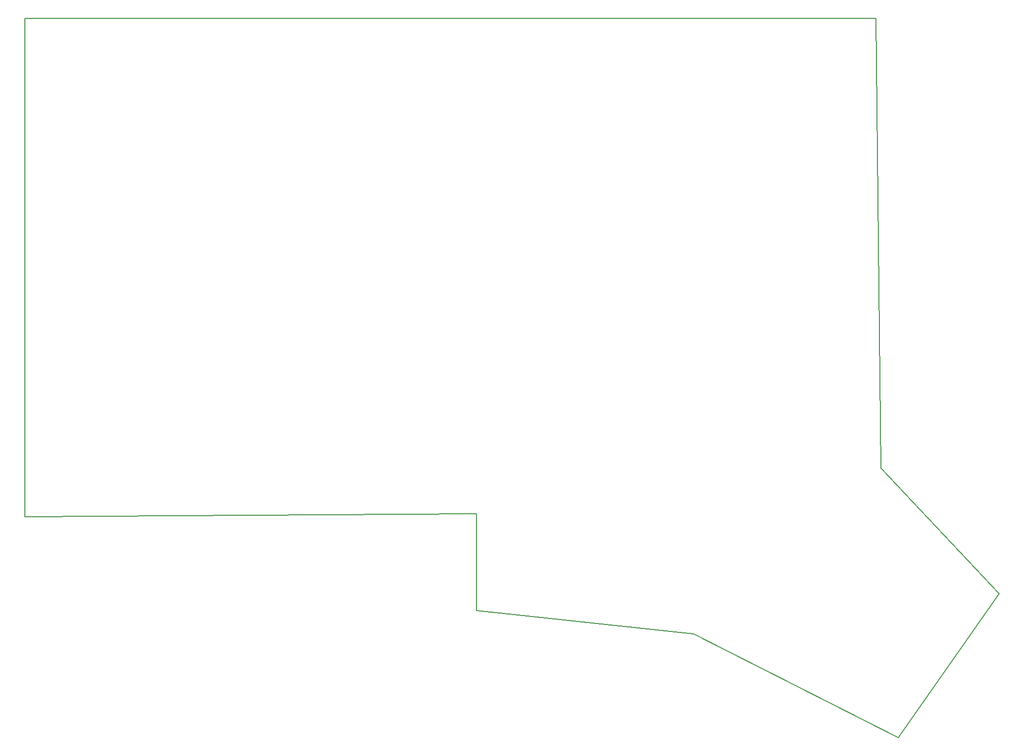
<source format=gbr>
%TF.GenerationSoftware,KiCad,Pcbnew,(6.0.9-0)*%
%TF.CreationDate,2023-01-10T21:03:57-06:00*%
%TF.ProjectId,board,626f6172-642e-46b6-9963-61645f706362,v1.0.0*%
%TF.SameCoordinates,Original*%
%TF.FileFunction,Profile,NP*%
%FSLAX46Y46*%
G04 Gerber Fmt 4.6, Leading zero omitted, Abs format (unit mm)*
G04 Created by KiCad (PCBNEW (6.0.9-0)) date 2023-01-10 21:03:57*
%MOMM*%
%LPD*%
G01*
G04 APERTURE LIST*
%TA.AperFunction,Profile*%
%ADD10C,0.150000*%
%TD*%
G04 APERTURE END LIST*
D10*
X11765001Y-97050001D02*
X11765001Y-12050001D01*
X11765001Y-12050001D02*
X156765000Y-12050001D01*
X156765000Y-12050001D02*
X157641904Y-88795681D01*
X157641904Y-88795681D02*
X177779118Y-110156031D01*
X177779118Y-110156031D02*
X160571824Y-134730593D01*
X160571824Y-134730593D02*
X125765000Y-117050000D01*
X125765000Y-117050000D02*
X88765001Y-113050002D01*
X88765001Y-113050002D02*
X88765000Y-96550000D01*
X88765000Y-96550000D02*
X11765001Y-97050001D01*
M02*

</source>
